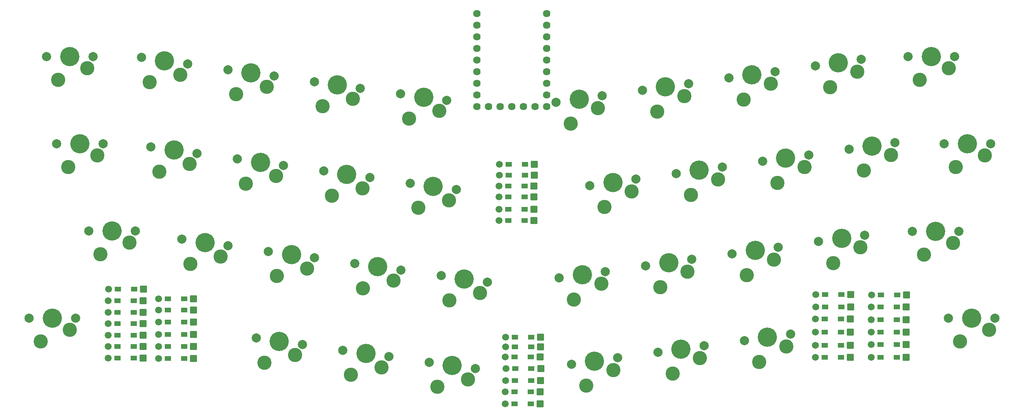
<source format=gbr>
G04 #@! TF.GenerationSoftware,KiCad,Pcbnew,7.0.1-0*
G04 #@! TF.CreationDate,2023-07-08T08:54:48+09:00*
G04 #@! TF.ProjectId,cool838ax,636f6f6c-3833-4386-9178-2e6b69636164,rev?*
G04 #@! TF.SameCoordinates,Original*
G04 #@! TF.FileFunction,Soldermask,Top*
G04 #@! TF.FilePolarity,Negative*
%FSLAX46Y46*%
G04 Gerber Fmt 4.6, Leading zero omitted, Abs format (unit mm)*
G04 Created by KiCad (PCBNEW 7.0.1-0) date 2023-07-08 08:54:48*
%MOMM*%
%LPD*%
G01*
G04 APERTURE LIST*
G04 Aperture macros list*
%AMRoundRect*
0 Rectangle with rounded corners*
0 $1 Rounding radius*
0 $2 $3 $4 $5 $6 $7 $8 $9 X,Y pos of 4 corners*
0 Add a 4 corners polygon primitive as box body*
4,1,4,$2,$3,$4,$5,$6,$7,$8,$9,$2,$3,0*
0 Add four circle primitives for the rounded corners*
1,1,$1+$1,$2,$3*
1,1,$1+$1,$4,$5*
1,1,$1+$1,$6,$7*
1,1,$1+$1,$8,$9*
0 Add four rect primitives between the rounded corners*
20,1,$1+$1,$2,$3,$4,$5,0*
20,1,$1+$1,$4,$5,$6,$7,0*
20,1,$1+$1,$6,$7,$8,$9,0*
20,1,$1+$1,$8,$9,$2,$3,0*%
G04 Aperture macros list end*
%ADD10C,2.002000*%
%ADD11C,3.102000*%
%ADD12C,4.202000*%
%ADD13RoundRect,0.051000X0.698500X0.698500X-0.698500X0.698500X-0.698500X-0.698500X0.698500X-0.698500X0*%
%ADD14RoundRect,0.051000X0.650000X0.475000X-0.650000X0.475000X-0.650000X-0.475000X0.650000X-0.475000X0*%
%ADD15C,1.499000*%
%ADD16C,1.626000*%
G04 APERTURE END LIST*
D10*
X-248678475Y111224267D03*
D11*
X-246138475Y106144267D03*
D12*
X-243598475Y111224267D03*
D11*
X-239788475Y108684267D03*
D10*
X-238518475Y111224267D03*
X-227915044Y111049604D03*
D11*
X-226106762Y105665543D03*
D12*
X-222884482Y110342605D03*
D11*
X-219465060Y107297075D03*
D10*
X-217853920Y109635606D03*
X-209050437Y108398356D03*
D11*
X-207242155Y103014295D03*
D12*
X-204019875Y107691357D03*
D11*
X-200600453Y104645827D03*
D10*
X-198989313Y106984358D03*
X-190185831Y105747109D03*
D11*
X-188377549Y100363048D03*
D12*
X-185155269Y105040110D03*
D11*
X-181735847Y101994580D03*
D10*
X-180124707Y104333111D03*
X-171321224Y103095861D03*
D11*
X-169512942Y97711800D03*
D12*
X-166290662Y102388862D03*
D11*
X-162871240Y99343332D03*
D10*
X-161260100Y101681863D03*
X-137385994Y101244813D03*
D11*
X-134163714Y96567751D03*
D12*
X-132355432Y101951812D03*
D11*
X-128229011Y99966781D03*
D10*
X-127324870Y102658811D03*
X-118521387Y103896060D03*
D11*
X-115299107Y99218998D03*
D12*
X-113490825Y104603059D03*
D11*
X-109364404Y102618028D03*
D10*
X-108460263Y105310058D03*
X-99656781Y106547308D03*
D11*
X-96434501Y101870246D03*
D12*
X-94626219Y107254307D03*
D11*
X-90499798Y105269276D03*
D10*
X-89595657Y107961306D03*
X-80792174Y109198556D03*
D11*
X-77569894Y104521494D03*
D12*
X-75761612Y109905555D03*
D11*
X-71635191Y107920524D03*
D10*
X-70731050Y110612554D03*
X-206985533Y88870938D03*
D11*
X-205177251Y83486877D03*
D12*
X-201954971Y88163939D03*
D11*
X-198535549Y85118409D03*
D10*
X-196924409Y87456940D03*
X-188120926Y86219690D03*
D11*
X-186312644Y80835629D03*
D12*
X-183090364Y85512691D03*
D11*
X-179670942Y82467161D03*
D10*
X-178059802Y84805692D03*
X-169256320Y83568443D03*
D11*
X-167448038Y78184382D03*
D12*
X-164225758Y82861444D03*
D11*
X-160806336Y79815914D03*
D10*
X-159195196Y82154445D03*
X-130018595Y83043018D03*
D11*
X-126796315Y78365956D03*
D12*
X-124988033Y83750017D03*
D11*
X-120861612Y81764986D03*
D10*
X-119957471Y84457016D03*
X-111153988Y85694266D03*
D11*
X-107931708Y81017204D03*
D12*
X-106123426Y86401265D03*
D11*
X-101997005Y84416234D03*
D10*
X-101092864Y87108264D03*
X-92289381Y88345513D03*
D11*
X-89067101Y83668451D03*
D12*
X-87258819Y89052512D03*
D11*
X-83132398Y87067481D03*
D10*
X-82228257Y89759511D03*
X-73424775Y90996761D03*
D11*
X-70202495Y86319699D03*
D12*
X-68394213Y91703760D03*
D11*
X-64267792Y89718729D03*
D10*
X-63363651Y92410759D03*
X-52653975Y92174266D03*
D11*
X-50113975Y87094266D03*
D12*
X-47573975Y92174266D03*
D11*
X-43763975Y89634266D03*
D10*
X-42493975Y92174266D03*
X-219069084Y71331955D03*
D11*
X-217260802Y65947894D03*
D12*
X-214038522Y70624956D03*
D11*
X-210619100Y67579426D03*
D10*
X-209007960Y69917957D03*
X-200204477Y68680707D03*
D11*
X-198396195Y63296646D03*
D12*
X-195173915Y67973708D03*
D11*
X-191754493Y64928178D03*
D10*
X-190143353Y67266709D03*
X-181339871Y66029460D03*
D11*
X-179531589Y60645399D03*
D12*
X-176309309Y65322461D03*
D11*
X-172889887Y62276931D03*
D10*
X-171278747Y64615462D03*
X-162475264Y63378212D03*
D11*
X-160666982Y57994151D03*
D12*
X-157444702Y62671213D03*
D11*
X-154025280Y59625683D03*
D10*
X-152414140Y61964214D03*
X-60500000Y111260000D03*
D11*
X-57960000Y106180000D03*
D12*
X-55420000Y111260000D03*
D11*
X-51610000Y108720000D03*
D10*
X-50340000Y111260000D03*
X-246430000Y92190000D03*
D11*
X-243890000Y87110000D03*
D12*
X-241350000Y92190000D03*
D11*
X-237540000Y89650000D03*
D10*
X-236270000Y92190000D03*
X-202871124Y49753998D03*
D11*
X-201062842Y44369937D03*
D12*
X-197840562Y49046999D03*
D11*
X-194421140Y46001469D03*
D10*
X-192810000Y48340000D03*
X-59600000Y73090000D03*
D11*
X-57060000Y68010000D03*
D12*
X-54520000Y73090000D03*
D11*
X-50710000Y70550000D03*
D10*
X-49440000Y73090000D03*
X-239430000Y73110000D03*
D11*
X-236890000Y68030000D03*
D12*
X-234350000Y73110000D03*
D11*
X-230540000Y70570000D03*
D10*
X-229270000Y73110000D03*
X-183960000Y47090000D03*
D11*
X-182151718Y41705939D03*
D12*
X-178929438Y46383001D03*
D11*
X-175510016Y43337471D03*
D10*
X-173898876Y45676002D03*
X-134020562Y44003001D03*
D11*
X-130798282Y39325939D03*
D12*
X-128990000Y44710000D03*
D11*
X-124863579Y42724969D03*
D10*
X-123959438Y45416999D03*
D13*
X-73073475Y56576266D03*
D14*
X-75108475Y56576266D03*
X-78658475Y56576266D03*
D15*
X-80693475Y56576266D03*
D13*
X-140843475Y45626266D03*
D14*
X-142878475Y45626266D03*
X-146428475Y45626266D03*
D15*
X-148463475Y45626266D03*
D10*
X-80054037Y70819267D03*
D11*
X-76831757Y66142205D03*
D12*
X-75023475Y71526266D03*
D11*
X-70897054Y69541235D03*
D10*
X-69992913Y72233265D03*
D13*
X-140843475Y37968766D03*
D14*
X-142878475Y37968766D03*
X-146428475Y37968766D03*
D15*
X-148463475Y37968766D03*
D13*
X-142238475Y75400266D03*
D14*
X-144273475Y75400266D03*
X-147823475Y75400266D03*
D15*
X-149858475Y75400266D03*
D13*
X-227563475Y45366266D03*
D14*
X-229598475Y45366266D03*
X-233148475Y45366266D03*
D15*
X-235183475Y45366266D03*
D10*
X-98944037Y68179267D03*
D11*
X-95721757Y63502205D03*
D12*
X-93913475Y68886266D03*
D11*
X-89787054Y66901235D03*
D10*
X-88882913Y69593265D03*
D13*
X-227563475Y50374266D03*
D14*
X-229598475Y50374266D03*
X-233148475Y50374266D03*
D15*
X-235183475Y50374266D03*
D13*
X-140743475Y43086266D03*
D14*
X-142778475Y43086266D03*
X-146328475Y43086266D03*
D15*
X-148363475Y43086266D03*
D13*
X-60958475Y56506266D03*
D14*
X-62993475Y56506266D03*
X-66543475Y56506266D03*
D15*
X-68578475Y56506266D03*
D13*
X-60953475Y53756266D03*
D14*
X-62988475Y53756266D03*
X-66538475Y53756266D03*
D15*
X-68573475Y53756266D03*
D13*
X-216603475Y45266266D03*
D14*
X-218638475Y45266266D03*
X-222188475Y45266266D03*
D15*
X-224223475Y45266266D03*
D10*
X-117834037Y65509267D03*
D11*
X-114611757Y60832205D03*
D12*
X-112803475Y66216266D03*
D11*
X-108677054Y64231235D03*
D10*
X-107772913Y66923265D03*
D13*
X-142213475Y80616266D03*
D14*
X-144248475Y80616266D03*
X-147798475Y80616266D03*
D15*
X-149833475Y80616266D03*
D13*
X-73103475Y48146266D03*
D14*
X-75138475Y48146266D03*
X-78688475Y48146266D03*
D15*
X-80723475Y48146266D03*
D13*
X-216598475Y58346266D03*
D14*
X-218633475Y58346266D03*
X-222183475Y58346266D03*
D15*
X-224218475Y58346266D03*
D13*
X-60953475Y45566266D03*
D14*
X-62988475Y45566266D03*
X-66538475Y45566266D03*
D15*
X-68573475Y45566266D03*
D10*
X-225864037Y91503265D03*
D11*
X-224055755Y86119204D03*
D12*
X-220833475Y90796266D03*
D11*
X-217414053Y87750736D03*
D10*
X-215802913Y90089267D03*
D13*
X-73103475Y45566266D03*
D14*
X-75138475Y45566266D03*
X-78688475Y45566266D03*
D15*
X-80723475Y45566266D03*
D10*
X-252488475Y54074267D03*
D11*
X-249948475Y48994267D03*
D12*
X-247408475Y54074267D03*
D11*
X-243598475Y51534267D03*
D10*
X-242328475Y54074267D03*
D13*
X-227533475Y57916266D03*
D14*
X-229568475Y57916266D03*
X-233118475Y57916266D03*
D15*
X-235153475Y57916266D03*
D13*
X-140783475Y40476266D03*
D14*
X-142818475Y40476266D03*
X-146368475Y40476266D03*
D15*
X-148403475Y40476266D03*
D13*
X-140795000Y49980000D03*
D14*
X-142830000Y49980000D03*
X-146380000Y49980000D03*
D15*
X-148415000Y49980000D03*
D13*
X-216603475Y55842266D03*
D14*
X-218638475Y55842266D03*
X-222188475Y55842266D03*
D15*
X-224223475Y55842266D03*
D13*
X-216603475Y47910266D03*
D14*
X-218638475Y47910266D03*
X-222188475Y47910266D03*
D15*
X-224223475Y47910266D03*
D13*
X-142153475Y87730266D03*
D14*
X-144188475Y87730266D03*
X-147738475Y87730266D03*
D15*
X-149773475Y87730266D03*
D13*
X-73028475Y59276266D03*
D14*
X-75063475Y59276266D03*
X-78613475Y59276266D03*
D15*
X-80648475Y59276266D03*
D13*
X-227563475Y55382266D03*
D14*
X-229598475Y55382266D03*
X-233148475Y55382266D03*
D15*
X-235183475Y55382266D03*
D13*
X-60878475Y59166266D03*
D14*
X-62913475Y59166266D03*
X-66463475Y59166266D03*
D15*
X-68498475Y59166266D03*
D10*
X-115131124Y46646002D03*
D11*
X-111908844Y41968940D03*
D12*
X-110100562Y47353001D03*
D11*
X-105974141Y45367970D03*
D10*
X-105070000Y48060000D03*
D13*
X-227563475Y52878266D03*
D14*
X-229598475Y52878266D03*
X-233148475Y52878266D03*
D15*
X-235183475Y52878266D03*
D13*
X-60953475Y48296266D03*
D14*
X-62988475Y48296266D03*
X-66538475Y48296266D03*
D15*
X-68573475Y48296266D03*
D10*
X-51701475Y54074266D03*
D11*
X-49161475Y48994266D03*
D12*
X-46621475Y54074266D03*
D11*
X-42811475Y51534266D03*
D10*
X-41541475Y54074266D03*
D13*
X-142143475Y85358933D03*
D14*
X-144178475Y85358933D03*
X-147728475Y85358933D03*
D15*
X-149763475Y85358933D03*
D13*
X-142238475Y77866266D03*
D14*
X-144273475Y77866266D03*
X-147823475Y77866266D03*
D15*
X-149858475Y77866266D03*
D13*
X-140843475Y35416266D03*
D14*
X-142878475Y35416266D03*
X-146428475Y35416266D03*
D15*
X-148463475Y35416266D03*
D13*
X-227473475Y60396266D03*
D14*
X-229508475Y60396266D03*
X-233058475Y60396266D03*
D15*
X-235093475Y60396266D03*
D13*
X-227563475Y47870266D03*
D14*
X-229598475Y47870266D03*
X-233148475Y47870266D03*
D15*
X-235183475Y47870266D03*
D13*
X-73108475Y51016266D03*
D14*
X-75143475Y51016266D03*
X-78693475Y51016266D03*
D15*
X-80728475Y51016266D03*
D10*
X-136694599Y62862268D03*
D11*
X-133472319Y58185206D03*
D12*
X-131664037Y63569267D03*
D11*
X-127537616Y61584236D03*
D10*
X-126633475Y64276266D03*
D13*
X-60953475Y51026266D03*
D14*
X-62988475Y51026266D03*
X-66538475Y51026266D03*
D15*
X-68573475Y51026266D03*
D13*
X-216603475Y50554266D03*
D14*
X-218638475Y50554266D03*
X-222188475Y50554266D03*
D15*
X-224223475Y50554266D03*
D13*
X-73178475Y53906266D03*
D14*
X-75213475Y53906266D03*
X-78763475Y53906266D03*
D15*
X-80798475Y53906266D03*
D10*
X-165101124Y44473998D03*
D11*
X-163292842Y39089937D03*
D12*
X-160070562Y43766999D03*
D11*
X-156651140Y40721469D03*
D10*
X-155040000Y43060000D03*
X-96271124Y49216002D03*
D11*
X-93048844Y44538940D03*
D12*
X-91240562Y49923001D03*
D11*
X-87114141Y47937970D03*
D10*
X-86210000Y50630000D03*
D13*
X-142213475Y82987600D03*
D14*
X-144248475Y82987600D03*
X-147798475Y82987600D03*
D15*
X-149833475Y82987600D03*
D13*
X-140780000Y47840000D03*
D14*
X-142815000Y47840000D03*
X-146365000Y47840000D03*
D15*
X-148400000Y47840000D03*
D13*
X-216603475Y53198266D03*
D14*
X-218638475Y53198266D03*
X-222188475Y53198266D03*
D15*
X-224223475Y53198266D03*
D16*
X-154663475Y120626266D03*
X-154663475Y118086266D03*
X-154663475Y115546266D03*
X-154663475Y113006266D03*
X-154663475Y110466266D03*
X-154663475Y107926266D03*
X-154663475Y105386266D03*
X-154663475Y102846266D03*
X-154663475Y100306266D03*
X-152123475Y100306266D03*
X-149583475Y100306266D03*
X-147043475Y100306266D03*
X-144503475Y100306266D03*
X-141963475Y100306266D03*
X-139423475Y100306266D03*
X-139423475Y102846266D03*
X-139423475Y105386266D03*
X-139423475Y107926266D03*
X-139423475Y110466266D03*
X-139423475Y113006266D03*
X-139423475Y115546266D03*
X-139423475Y118086266D03*
X-139423475Y120626266D03*
M02*

</source>
